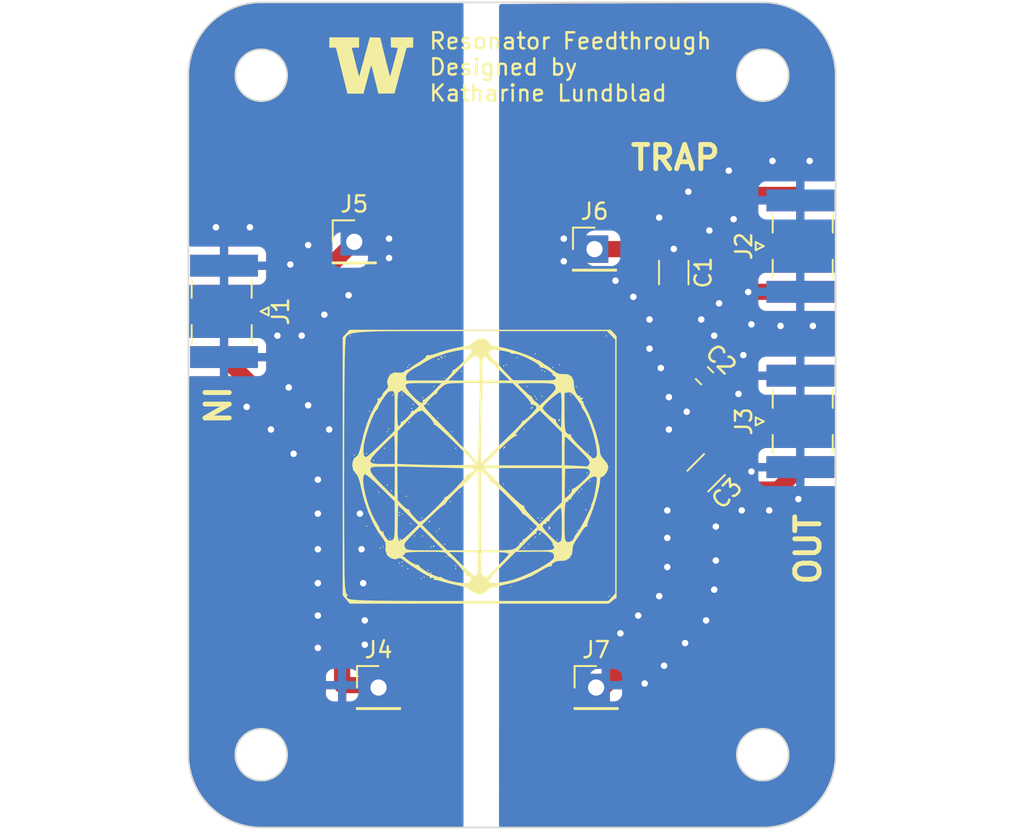
<source format=kicad_pcb>
(kicad_pcb (version 20211014) (generator pcbnew)
  (title_block (title "Wilkinson Power Divider") (date "2022-07-03") (rev "Version 2") (comment 1 "Designed by Katharine Lundblad"))
  (layers (0 "F.Cu" signal) (1 "In1.Cu" signal) (2 "In2.Cu" signal) (31 "B.Cu" signal) (34 "B.Paste" user) (35 "F.Paste" user) (36 "B.SilkS" user "B.Silkscreen") (37 "F.SilkS" user "F.Silkscreen") (38 "B.Mask" user) (39 "F.Mask" user) (44 "Edge.Cuts" user))
  (net 0 "")
  (net 1 "GND")
  (net 2 "Net-(C1-Pad2)")
  (net 3 "Net-(C2-Pad2)")
  (net 4 "Net-(J1-Pad1)")
  (footprint "Resistor_SMD:R_1206_3216Metric" (layer "F.Cu") (at 145.5 69.2 -90)
    (fp_text reference "C1" (at 0 -1.82 90) (layer "F.SilkS"))
    (fp_text value "10p")
    (pad "1" smd roundrect (at -1.4625 0 270) (size 1.125 1.75) (layers "F.Cu" "F.Paste" "F.Mask") (roundrect_rratio 0.2222222222) (net 1 "GND"))
    (pad "2" smd roundrect (at 1.4625 0 270) (size 1.125 1.75) (layers "F.Cu" "F.Paste" "F.Mask") (roundrect_rratio 0.2222222222) (net 2 "Net-(C1-Pad2)"))
  )
  (footprint "uw_logo:uw_logo_kicad_finished" (layer "F.Cu") (at 126.8 56.638962)
    (fp_text reference "G***" hide)
    (fp_text value "LOGO" hide)
  )
  (footprint "Resistor_SMD:R_0603_1608Metric" (layer "F.Cu") (at 147.4 75.578 -45)
    (fp_text reference "C2" (at 0 -1.43 135) (layer "F.SilkS"))
    (fp_text value "0.1p")
    (pad "1" smd roundrect (at -0.825 0 315) (size 0.8 0.95) (layers "F.Cu" "F.Paste" "F.Mask") (net 2 "Net-(C1-Pad2)"))
    (pad "2" smd roundrect (at 0.825 0 315) (size 0.8 0.95) (layers "F.Cu" "F.Paste" "F.Mask") (net 3 "Net-(C2-Pad2)"))
  )
  (footprint "resistor_feedthrough:SMA_Samtec_SMA-J-P-X-ST-EM1_EdgeMount" (layer "F.Cu") (at 153.3255 78.4 90)
    (fp_text reference "J3" (at 0 -3.5 90) (layer "F.SilkS"))
    (fp_text value "Conn_Coaxial")
    (pad "1" smd rect (at 0 0.2 90) (size 1.27 3.6) (layers "F.Cu" "F.Paste" "F.Mask") (net 3 "Net-(C2-Pad2)"))
    (pad "2" smd rect (at -2.825 0 90) (size 1.35 4.2) (layers "B.Cu" "B.Paste" "B.Mask") (net 1 "GND"))
    (pad "2" smd rect (at 2.825 0 90) (size 1.35 4.2) (layers "B.Cu" "B.Paste" "B.Mask") (net 1 "GND"))
    (pad "2" smd rect (at 2.825 0 90) (size 1.35 4.2) (layers "F.Cu" "F.Paste" "F.Mask") (net 1 "GND"))
    (pad "2" smd rect (at -2.825 0 90) (size 1.35 4.2) (layers "F.Cu" "F.Paste" "F.Mask") (net 1 "GND"))
  )
  (footprint "resistor_feedthrough:SMA_Samtec_SMA-J-P-X-ST-EM1_EdgeMount" (layer "F.Cu") (at 117.7 71.6 -90)
    (fp_text reference "J1" (at 0 -3.5 -90) (layer "F.SilkS"))
    (fp_text value "Conn_Coaxial")
    (pad "1" smd rect (at 0 0.2 270) (size 1.27 3.6) (layers "F.Cu" "F.Paste" "F.Mask") (net 4 "Net-(J1-Pad1)"))
    (pad "2" smd rect (at -2.825 0 270) (size 1.35 4.2) (layers "B.Cu" "B.Paste" "B.Mask") (net 1 "GND"))
    (pad "2" smd rect (at 2.825 0 270) (size 1.35 4.2) (layers "F.Cu" "F.Paste" "F.Mask") (net 1 "GND"))
    (pad "2" smd rect (at -2.825 0 270) (size 1.35 4.2) (layers "F.Cu" "F.Paste" "F.Mask") (net 1 "GND"))
    (pad "2" smd rect (at 2.825 0 270) (size 1.35 4.2) (layers "B.Cu" "B.Paste" "B.Mask") (net 1 "GND"))
  )
  (footprint "Connector_PinHeader_2.54mm:PinHeader_1x01_P2.54mm_Vertical" (layer "F.Cu") (at 125.75 67.3)
    (fp_text reference "J5" (at 0 -2.33) (layer "F.SilkS"))
    (fp_text value "Conn_01x01_Female")
    (pad "1" thru_hole rect (at 0 0) (size 1.7 1.7) (drill 1) (layers *.Cu *.Mask) (net 4 "Net-(J1-Pad1)"))
  )
  (footprint "Resistor_SMD:R_1206_3216Metric" (layer "F.Cu") (at 147.5 81.578 -135)
    (fp_text reference "C3" (at 0 -1.82 45) (layer "F.SilkS"))
    (fp_text value "10p")
    (pad "1" smd roundrect (at -1.4625 0 225) (size 1.125 1.75) (layers "F.Cu" "F.Paste" "F.Mask") (roundrect_rratio 0.2222222222) (net 3 "Net-(C2-Pad2)"))
    (pad "2" smd roundrect (at 1.4625 0 225) (size 1.125 1.75) (layers "F.Cu" "F.Paste" "F.Mask") (roundrect_rratio 0.2222222222) (net 1 "GND"))
  )
  (footprint "Connector_PinHeader_2.54mm:PinHeader_1x01_P2.54mm_Vertical" (layer "F.Cu") (at 140.6 67.75)
    (fp_text reference "J6" (at 0 -2.33) (layer "F.SilkS"))
    (fp_text value "Conn_01x01_Female")
    (pad "1" thru_hole rect (at 0 0) (size 1.7 1.7) (drill 1) (layers *.Cu *.Mask) (net 2 "Net-(C1-Pad2)"))
  )
  (footprint "Connector_PinHeader_2.54mm:PinHeader_1x01_P2.54mm_Vertical" (layer "F.Cu") (at 127.25 94.85)
    (fp_text reference "J4" (at 0 -2.33) (layer "F.SilkS"))
    (fp_text value "Conn_01x01_Female")
    (pad "1" thru_hole rect (at 0 0) (size 1.7 1.7) (drill 1) (layers *.Cu *.Mask) (net 1 "GND"))
  )
  (footprint "uw_logo:sqrl_logo_big" (layer "F.Cu") (at 133.5 81.2)
    (fp_text reference "G***" hide)
    (fp_text value "LOGO" hide)
  )
  (footprint "resistor_feedthrough:SMA_Samtec_SMA-J-P-X-ST-EM1_EdgeMount" (layer "F.Cu") (at 153.3255 67.564 90)
    (fp_text reference "J2" (at 0 -3.5 90) (layer "F.SilkS"))
    (fp_text value "Conn_Coaxial")
    (pad "1" smd rect (at 0 0.2 90) (size 1.27 3.6) (layers "F.Cu" "F.Paste" "F.Mask") (net 2 "Net-(C1-Pad2)"))
    (pad "2" smd rect (at -2.825 0 90) (size 1.35 4.2) (layers "B.Cu" "B.Paste" "B.Mask") (net 1 "GND"))
    (pad "2" smd rect (at -2.825 0 90) (size 1.35 4.2) (layers "F.Cu" "F.Paste" "F.Mask") (net 1 "GND"))
    (pad "2" smd rect (at 2.825 0 90) (size 1.35 4.2) (layers "B.Cu" "B.Paste" "B.Mask") (net 1 "GND"))
    (pad "2" smd rect (at 2.825 0 90) (size 1.35 4.2) (layers "F.Cu" "F.Paste" "F.Mask") (net 1 "GND"))
  )
  (footprint "Connector_PinHeader_2.54mm:PinHeader_1x01_P2.54mm_Vertical" (layer "F.Cu") (at 140.7 94.85)
    (fp_text reference "J7" (at 0 -2.33) (layer "F.SilkS"))
    (fp_text value "Conn_01x01_Female")
    (pad "1" thru_hole rect (at 0 0) (size 1.7 1.7) (drill 1) (layers *.Cu *.Mask) (net 1 "GND"))
  )
  (gr_circle (center 151 57) (end 151.508 58.524) (layer "Edge.Cuts") (width 0.1) (fill none))
  (gr_arc (start 120.000002 103.499998) (mid 116.818021 102.181979) (end 115.500002 98.999998) (layer "Edge.Cuts") (width 0.1))
  (gr_line (start 151 103.5) (end 120.000002 103.499998) (layer "Edge.Cuts") (width 0.1))
  (gr_arc (start 155.5 99) (mid 154.181981 102.181981) (end 151 103.5) (layer "Edge.Cuts") (width 0.1))
  (gr_arc (start 115.5 57) (mid 116.818019 53.818019) (end 120 52.5) (layer "Edge.Cuts") (width 0.1))
  (gr_line (start 151 52.5) (end 120 52.5) (layer "Edge.Cuts") (width 0.1))
  (gr_circle (center 120 99) (end 121.606437 99) (layer "Edge.Cuts") (width 0.1) (fill none))
  (gr_line (start 155.499998 98.999998) (end 155.5 57) (layer "Edge.Cuts") (width 0.1))
  (gr_circle (center 120 57) (end 120.508 58.524) (layer "Edge.Cuts") (width 0.1) (fill none))
  (gr_line (start 115.500002 98.999998) (end 115.5 57) (layer "Edge.Cuts") (width 0.1))
  (gr_arc (start 151 52.5) (mid 154.181981 53.818019) (end 155.5 57) (layer "Edge.Cuts") (width 0.1))
  (gr_circle (center 151 99) (end 151.508 100.524) (layer "Edge.Cuts") (width 0.1) (fill none))
  (gr_text "Resonator Feedthrough \nDesigned by \nKatharine Lundblad" (at 130.3 56.5) (layer "F.SilkS") (effects (font (size 1 1)) (justify left)))
  (gr_text "OUT" (at 153.8 86.3 90) (layer "F.SilkS") (effects (font (size 1.5 1.5) (thickness 0.3))))
  (gr_text "TRAP\n" (at 145.6 62.1) (layer "F.SilkS") (effects (font (size 1.5 1.5) (thickness 0.3))))
  (gr_text "IN\n" (at 117.2 77.4 270) (layer "F.SilkS") (effects (font (size 1.5 1.5) (thickness 0.3))))
  (segment (start 127.1 94.7) (end 125 94.7) (width 1) (layer "F.Cu") (net 1))
  (segment (start 127.25 94.85) (end 127.1 94.7) (width 1) (layer "F.Cu") (net 1))
  (segment (start 150.111 70.389) (end 150.1 70.4) (width 1) (layer "F.Cu") (net 1))
  (segment (start 153.3255 70.389) (end 150.111 70.389) (width 1) (layer "F.Cu") (net 1))
  (segment (start 146.465856 82.612144) (end 151.938356 82.612144) (width 1) (layer "F.Cu") (net 1))
  (segment (start 146.465856 89.534144) (end 146.465856 82.612144) (width 1) (layer "F.Cu") (net 1))
  (segment (start 148.3 64.4) (end 152.9865 64.4) (width 1) (layer "F.Cu") (net 1))
  (segment (start 151.938356 82.612144) (end 153.3255 81.225) (width 1) (layer "F.Cu") (net 1))
  (segment (start 141.15 94.85) (end 146.465856 89.534144) (width 1) (layer "F.Cu") (net 1))
  (segment (start 145.5 67.2) (end 148.3 64.4) (width 1) (layer "F.Cu") (net 1))
  (segment (start 125 94.7) (end 125 81.725) (width 1) (layer "F.Cu") (net 1))
  (segment (start 125 81.725) (end 117.7 74.425) (width 1) (layer "F.Cu") (net 1))
  (segment (start 140.7 94.85) (end 141.15 94.85) (width 1) (layer "F.Cu") (net 1))
  (segment (start 152.9865 64.4) (end 153.3255 64.739) (width 1) (layer "F.Cu") (net 1))
  (segment (start 145.5 67.7375) (end 145.5 67.2) (width 1) (layer "F.Cu") (net 1))
  (via (at 126.2 86.3) (size 0.8) (drill 0.4) (layers "F.Cu" "B.Cu") (net 1))
  (via (at 144.7 75.1) (size 0.8) (drill 0.4) (layers "F.Cu" "B.Cu") (net 1))
  (via (at 151.6 62.3) (size 0.8) (drill 0.4) (layers "F.Cu" "B.Cu") (net 1))
  (via (at 148.9 62.9) (size 0.8) (drill 0.4) (layers "F.Cu" "B.Cu") (net 1))
  (via (at 151.4 83.9) (size 0.8) (drill 0.4) (layers "F.Cu" "B.Cu") (net 1))
  (via (at 144 73.9) (size 0.8) (drill 0.4) (layers "F.Cu" "B.Cu") (net 1))
  (via (at 146.2 92.1) (size 0.8) (drill 0.4) (layers "F.Cu" "B.Cu") (net 1))
  (via (at 123.9 71.8) (size 0.8) (drill 0.4) (layers "F.Cu" "B.Cu") (net 1))
  (via (at 122.5 73.1) (size 0.8) (drill 0.4) (layers "F.Cu" "B.Cu") (net 1))
  (via (at 127.9 68.3) (size 0.8) (drill 0.4) (layers "F.Cu" "B.Cu") (net 1))
  (via (at 119.3 66.4) (size 0.8) (drill 0.4) (layers "F.Cu" "B.Cu") (net 1))
  (via (at 152.1 72.5) (size 0.8) (drill 0.4) (layers "F.Cu" "B.Cu") (net 1))
  (via (at 119.1 77.5) (size 0.8) (drill 0.4) (layers "F.Cu" "B.Cu") (net 1))
  (via (at 123.5 86.3) (size 0.8) (drill 0.4) (layers "F.Cu" "B.Cu") (net 1))
  (via (at 125.4 70.6) (size 0.8) (drill 0.4) (layers "F.Cu" "B.Cu") (net 1))
  (via (at 122.9 67.5) (size 0.8) (drill 0.4) (layers "F.Cu" "B.Cu") (net 1))
  (via (at 150.3 81.5) (size 0.8) (drill 0.4) (layers "F.Cu" "B.Cu") (net 1))
  (via (at 147.5 90.7) (size 0.8) (drill 0.4) (layers "F.Cu" "B.Cu") (net 1))
  (via (at 138.7 67.1) (size 0.8) (drill 0.4) (layers "F.Cu" "B.Cu") (net 1))
  (via (at 126.4 92.2) (size 0.8) (drill 0.4) (layers "F.Cu" "B.Cu") (net 1))
  (via (at 126.3 88.4) (size 0.8) (drill 0.4) (layers "F.Cu" "B.Cu") (net 1))
  (via (at 126.1 84.1) (size 0.8) (drill 0.4) (layers "F.Cu" "B.Cu") (net 1))
  (via (at 143.7 94.6) (size 0.8) (drill 0.4) (layers "F.Cu" "B.Cu") (net 1))
  (via (at 117.2 66.4) (size 0.8) (drill 0.4) (layers "F.Cu" "B.Cu") (net 1))
  (via (at 148 88.8) (size 0.8) (drill 0.4) (layers "F.Cu" "B.Cu") (net 1))
  (via (at 145.5 67.7375) (size 0.8) (drill 0.4) (layers "F.Cu" "B.Cu") (net 1))
  (via (at 149.5 76.7) (size 0.8) (drill 0.4) (layers "F.Cu" "B.Cu") (net 1))
  (via (at 123.5 92.4) (size 0.8) (drill 0.4) (layers "F.Cu" "B.Cu") (net 1))
  (via (at 144.6 89.2) (size 0.8) (drill 0.4) (layers "F.Cu" "B.Cu") (net 1))
  (via (at 149.7 83.9) (size 0.8) (drill 0.4) (layers "F.Cu" "B.Cu") (net 1))
  (via (at 146.4 64.2) (size 0.8) (drill 0.4) (layers "F.Cu" "B.Cu") (net 1))
  (via (at 120.6 78.9) (size 0.8) (drill 0.4) (layers "F.Cu" "B.Cu") (net 1))
  (via (at 145.2 78.9) (size 0.8) (drill 0.4) (layers "F.Cu" "B.Cu") (net 1))
  (via (at 147.2 72.1) (size 0.8) (drill 0.4) (layers "F.Cu" "B.Cu") (net 1))
  (via (at 153.2 83.2) (size 0.8) (drill 0.4) (layers "F.Cu" "B.Cu") (net 1))
  (via (at 144.6 65.8) (size 0.8) (drill 0.4) (layers "F.Cu" "B.Cu") (net 1))
  (via (at 149.8 74.3) (size 0.8) (drill 0.4) (layers "F.Cu" "B.Cu") (net 1))
  (via (at 123.5 90.4) (size 0.8) (drill 0.4) (layers "F.Cu" "B.Cu") (net 1))
  (via (at 144 72.1) (size 0.8) (drill 0.4) (layers "F.Cu" "B.Cu") (net 1))
  (via (at 123.5 82) (size 0.8) (drill 0.4) (layers "F.Cu" "B.Cu") (net 1))
  (via (at 153.9 62.3) (size 0.8) (drill 0.4) (layers "F.Cu" "B.Cu") (net 1))
  (via (at 145.1 83.9) (size 0.8) (drill 0.4) (layers "F.Cu" "B.Cu") (net 1))
  (via (at 148 73.1) (size 0.8) (drill 0.4) (layers "F.Cu" "B.Cu") (net 1))
  (via (at 150.1 70.4) (size 0.8) (drill 0.4) (layers "F.Cu" "B.Cu") (net 1))
  (via (at 145.2 76.9) (size 0.8) (drill 0.4) (layers "F.Cu" "B.Cu") (net 1))
  (via (at 121.8 68.7) (size 0.8) (drill 0.4) (layers "F.Cu" "B.Cu") (net 1))
  (via (at 149.2 65.9) (size 0.8) (drill 0.4) (layers "F.Cu" "B.Cu") (net 1))
  (via (at 148.3 71.1) (size 0.8) (drill 0.4) (layers "F.Cu" "B.Cu") (net 1))
  (via (at 145.1 85.6) (size 0.8) (drill 0.4) (layers "F.Cu" "B.Cu") (net 1))
  (via (at 142.2 91.5) (size 0.8) (drill 0.4) (layers "F.Cu" "B.Cu") (net 1))
  (via (at 121.7 76.3) (size 0.8) (drill 0.4) (layers "F.Cu" "B.Cu") (net 1))
  (via (at 154.1 72.5) (size 0.8) (drill 0.4) (layers "F.Cu" "B.Cu") (net 1))
  (via (at 122 80.4) (size 0.8) (drill 0.4) (layers "F.Cu" "B.Cu") (net 1))
  (via (at 122.9 77.4) (size 0.8) (drill 0.4) (layers "F.Cu" "B.Cu") (net 1))
  (via (at 126.4 90.7) (size 0.8) (drill 0.4) (layers "F.Cu" "B.Cu") (net 1))
  (via (at 144.9 93.5) (size 0.8) (drill 0.4) (layers "F.Cu" "B.Cu") (net 1))
  (via (at 145.1 87.4) (size 0.8) (drill 0.4) (layers "F.Cu" "B.Cu") (net 1))
  (via (at 123.5 88.4) (size 0.8) (drill 0.4) (layers "F.Cu" "B.Cu") (net 1))
  (via (at 147.7 66.6) (size 0.8) (drill 0.4) (layers "F.Cu" "B.Cu") (net 1))
  (via (at 150.3 72.4) (size 0.8) (drill 0.4) (layers "F.Cu" "B.Cu") (net 1))
  (via (at 121 73.1) (size 0.8) (drill 0.4) (layers "F.Cu" "B.Cu") (net 1))
  (via (at 138.7 68.5) (size 0.8) (drill 0.4) (layers "F.Cu" "B.Cu") (net 1))
  (via (at 148.1 87) (size 0.8) (drill 0.4) (layers "F.Cu" "B.Cu") (net 1))
  (via (at 143 70.7) (size 0.8) (drill 0.4) (layers "F.Cu" "B.Cu") (net 1))
  (via (at 124.2 78.9) (size 0.8) (drill 0.4) (layers "F.Cu" "B.Cu") (net 1))
  (via (at 127.9 67.1) (size 0.8) (drill 0.4) (layers "F.Cu" "B.Cu") (net 1))
  (via (at 143.3 90.4) (size 0.8) (drill 0.4) (layers "F.Cu" "B.Cu") (net 1))
  (via (at 146.3 77.8) (size 0.8) (drill 0.4) (layers "F.Cu" "B.Cu") (net 1))
  (via (at 141.9 69.7) (size 0.8) (drill 0.4) (layers "F.Cu" "B.Cu") (net 1))
  (via (at 123.5 84.1) (size 0.8) (drill 0.4) (layers "F.Cu" "B.Cu") (net 1))
  (via (at 148.1 84.9) (size 0.8) (drill 0.4) (layers "F.Cu" "B.Cu") (net 1))
  (segment (start 147.4375 67.7375) (end 145.5 67.7375) (width 1) (layer "B.Cu") (net 1))
  (segment (start 150.1 70.4) (end 147.4375 67.7375) (width 1) (layer "B.Cu") (net 1))
  (segment (start 146.5375 70.6625) (end 149.636 67.564) (width 1) (layer "F.Cu") (net 2))
  (segment (start 145.5 73.678) (end 146.816637 74.994637) (width 1) (layer "F.Cu") (net 2))
  (segment (start 142.5375 67.7) (end 145.5 70.6625) (width 1) (layer "F.Cu") (net 2))
  (segment (start 145.5 70.6625) (end 145.5 73.678) (width 1) (layer "F.Cu") (net 2))
  (segment (start 149.636 67.564) (end 153.5255 67.564) (width 1) (layer "F.Cu") (net 2))
  (segment (start 145.5 70.6625) (end 146.5375 70.6625) (width 1) (layer "F.Cu") (net 2))
  (segment (start 142.4875 67.75) (end 142.5375 67.7) (width 1) (layer "F.Cu") (net 2))
  (segment (start 140.6 67.75) (end 142.4875 67.75) (width 1) (layer "F.Cu") (net 2))
  (segment (start 147.983363 76.161363) (end 147.983363 79.993075) (width 1) (layer "F.Cu") (net 3))
  (segment (start 147.983363 79.993075) (end 148.534144 80.543856) (width 1) (layer "F.Cu") (net 3))
  (segment (start 150.678 78.4) (end 153.5255 78.4) (width 1) (layer "F.Cu") (net 3))
  (segment (start 148.534144 80.543856) (end 150.678 78.4) (width 1) (layer "F.Cu") (net 3))
  (segment (start 125.75 67.3) (end 121.7 71.35) (width 1) (layer "F.Cu") (net 4))
  (segment (start 117.5 71.6) (end 121.7 71.6) (width 1) (layer "F.Cu") (net 4))
  (segment (start 121.7 71.35) (end 121.7 71.6) (width 1) (layer "F.Cu") (net 4))
  (zone (net 1) (net_name "GND") (layers "F.Cu" "In1.Cu" "In2.Cu" "B.Cu") (connect_pads (clearance 0)) (min_thickness 0.254) (fill yes (thermal_gap 0.508) (thermal_bridge_width 0.508))
    (polygon (pts (xy 132.5 103.5) (xy 115.5 103.5) (xy 115.5 52.5) (xy 132.5 52.5)))
  )
  (zone (net 1) (net_name "GND") (layers "F.Cu" "In1.Cu" "In2.Cu" "B.Cu") (connect_pads (clearance 0)) (min_thickness 0.254) (fill yes (thermal_gap 0.508) (thermal_bridge_width 0.508))
    (polygon (pts (xy 155.5 103.5) (xy 134.7 103.5) (xy 134.8 52.5) (xy 134.8 52.6) (xy 135 52.6) (xy 155.6 52.5)))
  )
  (zone (net 1) (net_name "GND") (layer "B.Cu") (connect_pads (clearance 0)) (min_thickness 0.254) (fill yes (thermal_gap 0.508) (thermal_bridge_width 0.508))
    (polygon (pts (xy 155.5 103.6) (xy 134.7 103.6) (xy 134.7 52.6) (xy 155.6 52.6)))
  )
)
</source>
